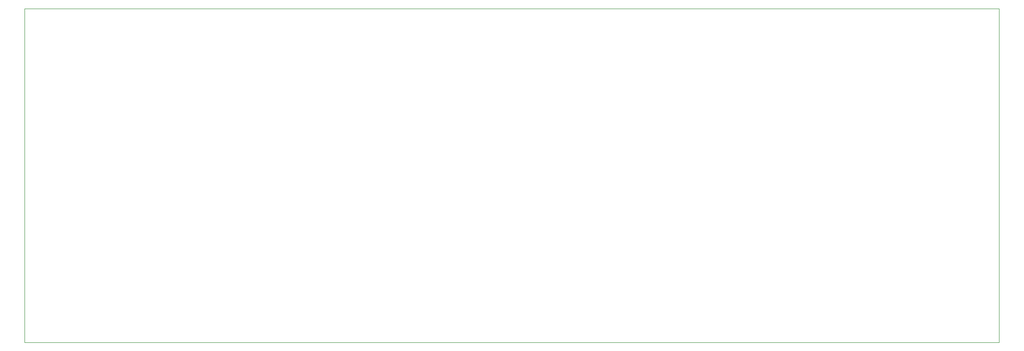
<source format=gm1>
G04 #@! TF.GenerationSoftware,KiCad,Pcbnew,(5.1.10)-1*
G04 #@! TF.CreationDate,2023-10-25T13:43:48-04:00*
G04 #@! TF.ProjectId,LED_Matrix_8x32,4c45445f-4d61-4747-9269-785f38783332,rev?*
G04 #@! TF.SameCoordinates,Original*
G04 #@! TF.FileFunction,Profile,NP*
%FSLAX46Y46*%
G04 Gerber Fmt 4.6, Leading zero omitted, Abs format (unit mm)*
G04 Created by KiCad (PCBNEW (5.1.10)-1) date 2023-10-25 13:43:48*
%MOMM*%
%LPD*%
G01*
G04 APERTURE LIST*
G04 #@! TA.AperFunction,Profile*
%ADD10C,0.120000*%
G04 #@! TD*
G04 APERTURE END LIST*
D10*
X244475000Y-80645000D02*
X244475000Y-18415000D01*
X62865000Y-18415000D02*
X244475000Y-18415000D01*
X62865000Y-80645000D02*
X62865000Y-18415000D01*
X244475000Y-80645000D02*
X62865000Y-80645000D01*
M02*

</source>
